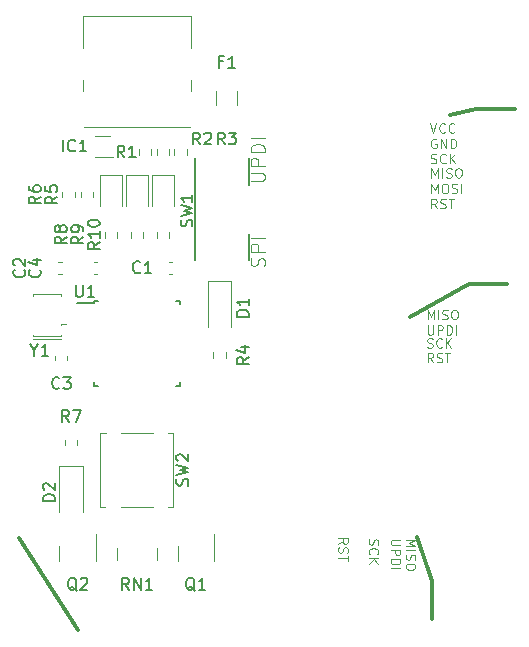
<source format=gto>
G04 #@! TF.GenerationSoftware,KiCad,Pcbnew,6.0.2-378541a8eb~116~ubuntu20.04.1*
G04 #@! TF.CreationDate,2022-02-28T16:15:05+01:00*
G04 #@! TF.ProjectId,ISP_panel,4953505f-7061-46e6-956c-2e6b69636164,rev?*
G04 #@! TF.SameCoordinates,Original*
G04 #@! TF.FileFunction,Legend,Top*
G04 #@! TF.FilePolarity,Positive*
%FSLAX46Y46*%
G04 Gerber Fmt 4.6, Leading zero omitted, Abs format (unit mm)*
G04 Created by KiCad (PCBNEW 6.0.2-378541a8eb~116~ubuntu20.04.1) date 2022-02-28 16:15:05*
%MOMM*%
%LPD*%
G01*
G04 APERTURE LIST*
%ADD10C,0.300000*%
%ADD11C,0.080000*%
%ADD12C,0.100000*%
%ADD13C,0.150000*%
%ADD14C,0.120000*%
G04 APERTURE END LIST*
D10*
X34999996Y-84249996D02*
X29999996Y-76499996D01*
X68125003Y-54999997D02*
X63125003Y-57749997D01*
X71375003Y-54999997D02*
X68125003Y-54999997D01*
X71975003Y-40124997D02*
X68725003Y-40124997D01*
X65000003Y-83375003D02*
X65000003Y-80125003D01*
X68725003Y-40124997D02*
X66500003Y-40699997D01*
X65000003Y-80125003D02*
X63750003Y-76375003D01*
D11*
X65399622Y-48561901D02*
X65132955Y-48180949D01*
X64942479Y-48561901D02*
X64942479Y-47761901D01*
X65247241Y-47761901D01*
X65323431Y-47799997D01*
X65361526Y-47838092D01*
X65399622Y-47914282D01*
X65399622Y-48028568D01*
X65361526Y-48104758D01*
X65323431Y-48142854D01*
X65247241Y-48180949D01*
X64942479Y-48180949D01*
X65704383Y-48523806D02*
X65818669Y-48561901D01*
X66009145Y-48561901D01*
X66085336Y-48523806D01*
X66123431Y-48485711D01*
X66161526Y-48409520D01*
X66161526Y-48333330D01*
X66123431Y-48257139D01*
X66085336Y-48219044D01*
X66009145Y-48180949D01*
X65856764Y-48142854D01*
X65780574Y-48104758D01*
X65742479Y-48066663D01*
X65704383Y-47990473D01*
X65704383Y-47914282D01*
X65742479Y-47838092D01*
X65780574Y-47799997D01*
X65856764Y-47761901D01*
X66047241Y-47761901D01*
X66161526Y-47799997D01*
X66390098Y-47761901D02*
X66847241Y-47761901D01*
X66618669Y-48561901D02*
X66618669Y-47761901D01*
D12*
X50785710Y-53450710D02*
X50842853Y-53279281D01*
X50842853Y-52993567D01*
X50785710Y-52879281D01*
X50728567Y-52822138D01*
X50614281Y-52764996D01*
X50499996Y-52764996D01*
X50385710Y-52822138D01*
X50328567Y-52879281D01*
X50271424Y-52993567D01*
X50214281Y-53222138D01*
X50157138Y-53336424D01*
X50099996Y-53393567D01*
X49985710Y-53450710D01*
X49871424Y-53450710D01*
X49757138Y-53393567D01*
X49699996Y-53336424D01*
X49642853Y-53222138D01*
X49642853Y-52936424D01*
X49699996Y-52764996D01*
X50842853Y-52250710D02*
X49642853Y-52250710D01*
X49642853Y-51793567D01*
X49699996Y-51679281D01*
X49757138Y-51622138D01*
X49871424Y-51564996D01*
X50042853Y-51564996D01*
X50157138Y-51622138D01*
X50214281Y-51679281D01*
X50271424Y-51793567D01*
X50271424Y-52250710D01*
X50842853Y-51050710D02*
X49642853Y-51050710D01*
D11*
X62782098Y-76617479D02*
X63582098Y-76617479D01*
X63010669Y-76884145D01*
X63582098Y-77150812D01*
X62782098Y-77150812D01*
X62782098Y-77531764D02*
X63582098Y-77531764D01*
X62820193Y-77874622D02*
X62782098Y-77988907D01*
X62782098Y-78179383D01*
X62820193Y-78255574D01*
X62858288Y-78293669D01*
X62934479Y-78331764D01*
X63010669Y-78331764D01*
X63086860Y-78293669D01*
X63124955Y-78255574D01*
X63163050Y-78179383D01*
X63201145Y-78027003D01*
X63239241Y-77950812D01*
X63277336Y-77912717D01*
X63353526Y-77874622D01*
X63429717Y-77874622D01*
X63505907Y-77912717D01*
X63544003Y-77950812D01*
X63582098Y-78027003D01*
X63582098Y-78217479D01*
X63544003Y-78331764D01*
X63582098Y-78827003D02*
X63582098Y-78979383D01*
X63544003Y-79055574D01*
X63467812Y-79131764D01*
X63315431Y-79169860D01*
X63048764Y-79169860D01*
X62896383Y-79131764D01*
X62820193Y-79055574D01*
X62782098Y-78979383D01*
X62782098Y-78827003D01*
X62820193Y-78750812D01*
X62896383Y-78674622D01*
X63048764Y-78636526D01*
X63315431Y-78636526D01*
X63467812Y-78674622D01*
X63544003Y-78750812D01*
X63582098Y-78827003D01*
X62294098Y-76617479D02*
X61646479Y-76617479D01*
X61570288Y-76655574D01*
X61532193Y-76693669D01*
X61494098Y-76769860D01*
X61494098Y-76922241D01*
X61532193Y-76998431D01*
X61570288Y-77036526D01*
X61646479Y-77074622D01*
X62294098Y-77074622D01*
X61494098Y-77455574D02*
X62294098Y-77455574D01*
X62294098Y-77760336D01*
X62256003Y-77836526D01*
X62217907Y-77874622D01*
X62141717Y-77912717D01*
X62027431Y-77912717D01*
X61951241Y-77874622D01*
X61913145Y-77836526D01*
X61875050Y-77760336D01*
X61875050Y-77455574D01*
X61494098Y-78255574D02*
X62294098Y-78255574D01*
X62294098Y-78446050D01*
X62256003Y-78560336D01*
X62179812Y-78636526D01*
X62103622Y-78674622D01*
X61951241Y-78712717D01*
X61836955Y-78712717D01*
X61684574Y-78674622D01*
X61608383Y-78636526D01*
X61532193Y-78560336D01*
X61494098Y-78446050D01*
X61494098Y-78255574D01*
X61494098Y-79055574D02*
X62294098Y-79055574D01*
X64942479Y-47261901D02*
X64942479Y-46461901D01*
X65209145Y-47033330D01*
X65475812Y-46461901D01*
X65475812Y-47261901D01*
X66009145Y-46461901D02*
X66161526Y-46461901D01*
X66237717Y-46499997D01*
X66313907Y-46576187D01*
X66352003Y-46728568D01*
X66352003Y-46995235D01*
X66313907Y-47147616D01*
X66237717Y-47223806D01*
X66161526Y-47261901D01*
X66009145Y-47261901D01*
X65932955Y-47223806D01*
X65856764Y-47147616D01*
X65818669Y-46995235D01*
X65818669Y-46728568D01*
X65856764Y-46576187D01*
X65932955Y-46499997D01*
X66009145Y-46461901D01*
X66656764Y-47223806D02*
X66771050Y-47261901D01*
X66961526Y-47261901D01*
X67037717Y-47223806D01*
X67075812Y-47185711D01*
X67113907Y-47109520D01*
X67113907Y-47033330D01*
X67075812Y-46957139D01*
X67037717Y-46919044D01*
X66961526Y-46880949D01*
X66809145Y-46842854D01*
X66732955Y-46804758D01*
X66694860Y-46766663D01*
X66656764Y-46690473D01*
X66656764Y-46614282D01*
X66694860Y-46538092D01*
X66732955Y-46499997D01*
X66809145Y-46461901D01*
X66999622Y-46461901D01*
X67113907Y-46499997D01*
X67456764Y-47261901D02*
X67456764Y-46461901D01*
X65361526Y-42699997D02*
X65285336Y-42661901D01*
X65171050Y-42661901D01*
X65056764Y-42699997D01*
X64980574Y-42776187D01*
X64942479Y-42852377D01*
X64904383Y-43004758D01*
X64904383Y-43119044D01*
X64942479Y-43271425D01*
X64980574Y-43347616D01*
X65056764Y-43423806D01*
X65171050Y-43461901D01*
X65247241Y-43461901D01*
X65361526Y-43423806D01*
X65399622Y-43385711D01*
X65399622Y-43119044D01*
X65247241Y-43119044D01*
X65742479Y-43461901D02*
X65742479Y-42661901D01*
X66199622Y-43461901D01*
X66199622Y-42661901D01*
X66580574Y-43461901D02*
X66580574Y-42661901D01*
X66771050Y-42661901D01*
X66885336Y-42699997D01*
X66961526Y-42776187D01*
X66999622Y-42852377D01*
X67037717Y-43004758D01*
X67037717Y-43119044D01*
X66999622Y-43271425D01*
X66961526Y-43347616D01*
X66885336Y-43423806D01*
X66771050Y-43461901D01*
X66580574Y-43461901D01*
X65074622Y-61611901D02*
X64807955Y-61230949D01*
X64617479Y-61611901D02*
X64617479Y-60811901D01*
X64922241Y-60811901D01*
X64998431Y-60849997D01*
X65036526Y-60888092D01*
X65074622Y-60964282D01*
X65074622Y-61078568D01*
X65036526Y-61154758D01*
X64998431Y-61192854D01*
X64922241Y-61230949D01*
X64617479Y-61230949D01*
X65379383Y-61573806D02*
X65493669Y-61611901D01*
X65684145Y-61611901D01*
X65760336Y-61573806D01*
X65798431Y-61535711D01*
X65836526Y-61459520D01*
X65836526Y-61383330D01*
X65798431Y-61307139D01*
X65760336Y-61269044D01*
X65684145Y-61230949D01*
X65531764Y-61192854D01*
X65455574Y-61154758D01*
X65417479Y-61116663D01*
X65379383Y-61040473D01*
X65379383Y-60964282D01*
X65417479Y-60888092D01*
X65455574Y-60849997D01*
X65531764Y-60811901D01*
X65722241Y-60811901D01*
X65836526Y-60849997D01*
X66065098Y-60811901D02*
X66522241Y-60811901D01*
X66293669Y-61611901D02*
X66293669Y-60811901D01*
X59676193Y-76579383D02*
X59638098Y-76693669D01*
X59638098Y-76884145D01*
X59676193Y-76960336D01*
X59714288Y-76998431D01*
X59790479Y-77036526D01*
X59866669Y-77036526D01*
X59942860Y-76998431D01*
X59980955Y-76960336D01*
X60019050Y-76884145D01*
X60057145Y-76731764D01*
X60095241Y-76655574D01*
X60133336Y-76617479D01*
X60209526Y-76579383D01*
X60285717Y-76579383D01*
X60361907Y-76617479D01*
X60400003Y-76655574D01*
X60438098Y-76731764D01*
X60438098Y-76922241D01*
X60400003Y-77036526D01*
X59714288Y-77836526D02*
X59676193Y-77798431D01*
X59638098Y-77684145D01*
X59638098Y-77607955D01*
X59676193Y-77493669D01*
X59752383Y-77417479D01*
X59828574Y-77379383D01*
X59980955Y-77341288D01*
X60095241Y-77341288D01*
X60247622Y-77379383D01*
X60323812Y-77417479D01*
X60400003Y-77493669D01*
X60438098Y-77607955D01*
X60438098Y-77684145D01*
X60400003Y-77798431D01*
X60361907Y-77836526D01*
X59638098Y-78179383D02*
X60438098Y-78179383D01*
X59638098Y-78636526D02*
X60095241Y-78293669D01*
X60438098Y-78636526D02*
X59980955Y-78179383D01*
X64579383Y-60323806D02*
X64693669Y-60361901D01*
X64884145Y-60361901D01*
X64960336Y-60323806D01*
X64998431Y-60285711D01*
X65036526Y-60209520D01*
X65036526Y-60133330D01*
X64998431Y-60057139D01*
X64960336Y-60019044D01*
X64884145Y-59980949D01*
X64731764Y-59942854D01*
X64655574Y-59904758D01*
X64617479Y-59866663D01*
X64579383Y-59790473D01*
X64579383Y-59714282D01*
X64617479Y-59638092D01*
X64655574Y-59599997D01*
X64731764Y-59561901D01*
X64922241Y-59561901D01*
X65036526Y-59599997D01*
X65836526Y-60285711D02*
X65798431Y-60323806D01*
X65684145Y-60361901D01*
X65607955Y-60361901D01*
X65493669Y-60323806D01*
X65417479Y-60247616D01*
X65379383Y-60171425D01*
X65341288Y-60019044D01*
X65341288Y-59904758D01*
X65379383Y-59752377D01*
X65417479Y-59676187D01*
X65493669Y-59599997D01*
X65607955Y-59561901D01*
X65684145Y-59561901D01*
X65798431Y-59599997D01*
X65836526Y-59638092D01*
X66179383Y-60361901D02*
X66179383Y-59561901D01*
X66636526Y-60361901D02*
X66293669Y-59904758D01*
X66636526Y-59561901D02*
X66179383Y-60019044D01*
X64904383Y-44723806D02*
X65018669Y-44761901D01*
X65209145Y-44761901D01*
X65285336Y-44723806D01*
X65323431Y-44685711D01*
X65361526Y-44609520D01*
X65361526Y-44533330D01*
X65323431Y-44457139D01*
X65285336Y-44419044D01*
X65209145Y-44380949D01*
X65056764Y-44342854D01*
X64980574Y-44304758D01*
X64942479Y-44266663D01*
X64904383Y-44190473D01*
X64904383Y-44114282D01*
X64942479Y-44038092D01*
X64980574Y-43999997D01*
X65056764Y-43961901D01*
X65247241Y-43961901D01*
X65361526Y-43999997D01*
X66161526Y-44685711D02*
X66123431Y-44723806D01*
X66009145Y-44761901D01*
X65932955Y-44761901D01*
X65818669Y-44723806D01*
X65742479Y-44647616D01*
X65704383Y-44571425D01*
X65666288Y-44419044D01*
X65666288Y-44304758D01*
X65704383Y-44152377D01*
X65742479Y-44076187D01*
X65818669Y-43999997D01*
X65932955Y-43961901D01*
X66009145Y-43961901D01*
X66123431Y-43999997D01*
X66161526Y-44038092D01*
X66504383Y-44761901D02*
X66504383Y-43961901D01*
X66961526Y-44761901D02*
X66618669Y-44304758D01*
X66961526Y-43961901D02*
X66504383Y-44419044D01*
X64828193Y-41361901D02*
X65094860Y-42161901D01*
X65361526Y-41361901D01*
X66085336Y-42085711D02*
X66047241Y-42123806D01*
X65932955Y-42161901D01*
X65856764Y-42161901D01*
X65742479Y-42123806D01*
X65666288Y-42047616D01*
X65628193Y-41971425D01*
X65590098Y-41819044D01*
X65590098Y-41704758D01*
X65628193Y-41552377D01*
X65666288Y-41476187D01*
X65742479Y-41399997D01*
X65856764Y-41361901D01*
X65932955Y-41361901D01*
X66047241Y-41399997D01*
X66085336Y-41438092D01*
X66885336Y-42085711D02*
X66847241Y-42123806D01*
X66732955Y-42161901D01*
X66656764Y-42161901D01*
X66542479Y-42123806D01*
X66466288Y-42047616D01*
X66428193Y-41971425D01*
X66390098Y-41819044D01*
X66390098Y-41704758D01*
X66428193Y-41552377D01*
X66466288Y-41476187D01*
X66542479Y-41399997D01*
X66656764Y-41361901D01*
X66732955Y-41361901D01*
X66847241Y-41399997D01*
X66885336Y-41438092D01*
D12*
X49642853Y-46249281D02*
X50614281Y-46249281D01*
X50728567Y-46192138D01*
X50785710Y-46134996D01*
X50842853Y-46020710D01*
X50842853Y-45792138D01*
X50785710Y-45677853D01*
X50728567Y-45620710D01*
X50614281Y-45563567D01*
X49642853Y-45563567D01*
X50842853Y-44992138D02*
X49642853Y-44992138D01*
X49642853Y-44534996D01*
X49699996Y-44420710D01*
X49757138Y-44363567D01*
X49871424Y-44306424D01*
X50042853Y-44306424D01*
X50157138Y-44363567D01*
X50214281Y-44420710D01*
X50271424Y-44534996D01*
X50271424Y-44992138D01*
X50842853Y-43792138D02*
X49642853Y-43792138D01*
X49642853Y-43506424D01*
X49699996Y-43334996D01*
X49814281Y-43220710D01*
X49928567Y-43163567D01*
X50157138Y-43106424D01*
X50328567Y-43106424D01*
X50557138Y-43163567D01*
X50671424Y-43220710D01*
X50785710Y-43334996D01*
X50842853Y-43506424D01*
X50842853Y-43792138D01*
X50842853Y-42592138D02*
X49642853Y-42592138D01*
D11*
X64617479Y-57967901D02*
X64617479Y-57167901D01*
X64884145Y-57739330D01*
X65150812Y-57167901D01*
X65150812Y-57967901D01*
X65531764Y-57967901D02*
X65531764Y-57167901D01*
X65874622Y-57929806D02*
X65988907Y-57967901D01*
X66179383Y-57967901D01*
X66255574Y-57929806D01*
X66293669Y-57891711D01*
X66331764Y-57815520D01*
X66331764Y-57739330D01*
X66293669Y-57663139D01*
X66255574Y-57625044D01*
X66179383Y-57586949D01*
X66027003Y-57548854D01*
X65950812Y-57510758D01*
X65912717Y-57472663D01*
X65874622Y-57396473D01*
X65874622Y-57320282D01*
X65912717Y-57244092D01*
X65950812Y-57205997D01*
X66027003Y-57167901D01*
X66217479Y-57167901D01*
X66331764Y-57205997D01*
X66827003Y-57167901D02*
X66979383Y-57167901D01*
X67055574Y-57205997D01*
X67131764Y-57282187D01*
X67169860Y-57434568D01*
X67169860Y-57701235D01*
X67131764Y-57853616D01*
X67055574Y-57929806D01*
X66979383Y-57967901D01*
X66827003Y-57967901D01*
X66750812Y-57929806D01*
X66674622Y-57853616D01*
X66636526Y-57701235D01*
X66636526Y-57434568D01*
X66674622Y-57282187D01*
X66750812Y-57205997D01*
X66827003Y-57167901D01*
X64617479Y-58455901D02*
X64617479Y-59103520D01*
X64655574Y-59179711D01*
X64693669Y-59217806D01*
X64769860Y-59255901D01*
X64922241Y-59255901D01*
X64998431Y-59217806D01*
X65036526Y-59179711D01*
X65074622Y-59103520D01*
X65074622Y-58455901D01*
X65455574Y-59255901D02*
X65455574Y-58455901D01*
X65760336Y-58455901D01*
X65836526Y-58493997D01*
X65874622Y-58532092D01*
X65912717Y-58608282D01*
X65912717Y-58722568D01*
X65874622Y-58798758D01*
X65836526Y-58836854D01*
X65760336Y-58874949D01*
X65455574Y-58874949D01*
X66255574Y-59255901D02*
X66255574Y-58455901D01*
X66446050Y-58455901D01*
X66560336Y-58493997D01*
X66636526Y-58570187D01*
X66674622Y-58646377D01*
X66712717Y-58798758D01*
X66712717Y-58913044D01*
X66674622Y-59065425D01*
X66636526Y-59141616D01*
X66560336Y-59217806D01*
X66446050Y-59255901D01*
X66255574Y-59255901D01*
X67055574Y-59255901D02*
X67055574Y-58455901D01*
X57038098Y-76974622D02*
X57419050Y-76707955D01*
X57038098Y-76517479D02*
X57838098Y-76517479D01*
X57838098Y-76822241D01*
X57800003Y-76898431D01*
X57761907Y-76936526D01*
X57685717Y-76974622D01*
X57571431Y-76974622D01*
X57495241Y-76936526D01*
X57457145Y-76898431D01*
X57419050Y-76822241D01*
X57419050Y-76517479D01*
X57076193Y-77279383D02*
X57038098Y-77393669D01*
X57038098Y-77584145D01*
X57076193Y-77660336D01*
X57114288Y-77698431D01*
X57190479Y-77736526D01*
X57266669Y-77736526D01*
X57342860Y-77698431D01*
X57380955Y-77660336D01*
X57419050Y-77584145D01*
X57457145Y-77431764D01*
X57495241Y-77355574D01*
X57533336Y-77317479D01*
X57609526Y-77279383D01*
X57685717Y-77279383D01*
X57761907Y-77317479D01*
X57800003Y-77355574D01*
X57838098Y-77431764D01*
X57838098Y-77622241D01*
X57800003Y-77736526D01*
X57838098Y-77965098D02*
X57838098Y-78422241D01*
X57038098Y-78193669D02*
X57838098Y-78193669D01*
X64942479Y-45961901D02*
X64942479Y-45161901D01*
X65209145Y-45733330D01*
X65475812Y-45161901D01*
X65475812Y-45961901D01*
X65856764Y-45961901D02*
X65856764Y-45161901D01*
X66199622Y-45923806D02*
X66313907Y-45961901D01*
X66504383Y-45961901D01*
X66580574Y-45923806D01*
X66618669Y-45885711D01*
X66656764Y-45809520D01*
X66656764Y-45733330D01*
X66618669Y-45657139D01*
X66580574Y-45619044D01*
X66504383Y-45580949D01*
X66352003Y-45542854D01*
X66275812Y-45504758D01*
X66237717Y-45466663D01*
X66199622Y-45390473D01*
X66199622Y-45314282D01*
X66237717Y-45238092D01*
X66275812Y-45199997D01*
X66352003Y-45161901D01*
X66542479Y-45161901D01*
X66656764Y-45199997D01*
X67152003Y-45161901D02*
X67304383Y-45161901D01*
X67380574Y-45199997D01*
X67456764Y-45276187D01*
X67494860Y-45428568D01*
X67494860Y-45695235D01*
X67456764Y-45847616D01*
X67380574Y-45923806D01*
X67304383Y-45961901D01*
X67152003Y-45961901D01*
X67075812Y-45923806D01*
X66999622Y-45847616D01*
X66961526Y-45695235D01*
X66961526Y-45428568D01*
X66999622Y-45276187D01*
X67075812Y-45199997D01*
X67152003Y-45161901D01*
D13*
G04 #@! TO.C,C4*
X31757138Y-53766662D02*
X31804757Y-53814281D01*
X31852376Y-53957138D01*
X31852376Y-54052376D01*
X31804757Y-54195234D01*
X31709519Y-54290472D01*
X31614281Y-54338091D01*
X31423805Y-54385710D01*
X31280948Y-54385710D01*
X31090472Y-54338091D01*
X30995234Y-54290472D01*
X30899996Y-54195234D01*
X30852376Y-54052376D01*
X30852376Y-53957138D01*
X30899996Y-53814281D01*
X30947615Y-53766662D01*
X31185710Y-52909519D02*
X31852376Y-52909519D01*
X30804757Y-53147615D02*
X31519043Y-53385710D01*
X31519043Y-52766662D01*
G04 #@! TO.C,D2*
X33052376Y-73338091D02*
X32052376Y-73338091D01*
X32052376Y-73099996D01*
X32099996Y-72957138D01*
X32195234Y-72861900D01*
X32290472Y-72814281D01*
X32480948Y-72766662D01*
X32623805Y-72766662D01*
X32814281Y-72814281D01*
X32909519Y-72861900D01*
X33004757Y-72957138D01*
X33052376Y-73099996D01*
X33052376Y-73338091D01*
X32147615Y-72385710D02*
X32099996Y-72338091D01*
X32052376Y-72242853D01*
X32052376Y-72004757D01*
X32099996Y-71909519D01*
X32147615Y-71861900D01*
X32242853Y-71814281D01*
X32338091Y-71814281D01*
X32480948Y-71861900D01*
X33052376Y-72433329D01*
X33052376Y-71814281D01*
G04 #@! TO.C,SW1*
X44654757Y-50083329D02*
X44702376Y-49940472D01*
X44702376Y-49702376D01*
X44654757Y-49607138D01*
X44607138Y-49559519D01*
X44511900Y-49511900D01*
X44416662Y-49511900D01*
X44321424Y-49559519D01*
X44273805Y-49607138D01*
X44226186Y-49702376D01*
X44178567Y-49892853D01*
X44130948Y-49988091D01*
X44083329Y-50035710D01*
X43988091Y-50083329D01*
X43892853Y-50083329D01*
X43797615Y-50035710D01*
X43749996Y-49988091D01*
X43702376Y-49892853D01*
X43702376Y-49654757D01*
X43749996Y-49511900D01*
X43702376Y-49178567D02*
X44702376Y-48940472D01*
X43988091Y-48749996D01*
X44702376Y-48559519D01*
X43702376Y-48321424D01*
X44702376Y-47416662D02*
X44702376Y-47988091D01*
X44702376Y-47702376D02*
X43702376Y-47702376D01*
X43845234Y-47797615D01*
X43940472Y-47892853D01*
X43988091Y-47988091D01*
G04 #@! TO.C,R2*
X45333329Y-43152376D02*
X44999996Y-42676186D01*
X44761900Y-43152376D02*
X44761900Y-42152376D01*
X45142853Y-42152376D01*
X45238091Y-42199996D01*
X45285710Y-42247615D01*
X45333329Y-42342853D01*
X45333329Y-42485710D01*
X45285710Y-42580948D01*
X45238091Y-42628567D01*
X45142853Y-42676186D01*
X44761900Y-42676186D01*
X45714281Y-42247615D02*
X45761900Y-42199996D01*
X45857138Y-42152376D01*
X46095234Y-42152376D01*
X46190472Y-42199996D01*
X46238091Y-42247615D01*
X46285710Y-42342853D01*
X46285710Y-42438091D01*
X46238091Y-42580948D01*
X45666662Y-43152376D01*
X46285710Y-43152376D01*
G04 #@! TO.C,Q2*
X34904757Y-80947615D02*
X34809519Y-80899996D01*
X34714281Y-80804757D01*
X34571424Y-80661900D01*
X34476186Y-80614281D01*
X34380948Y-80614281D01*
X34428567Y-80852376D02*
X34333329Y-80804757D01*
X34238091Y-80709519D01*
X34190472Y-80519043D01*
X34190472Y-80185710D01*
X34238091Y-79995234D01*
X34333329Y-79899996D01*
X34428567Y-79852376D01*
X34619043Y-79852376D01*
X34714281Y-79899996D01*
X34809519Y-79995234D01*
X34857138Y-80185710D01*
X34857138Y-80519043D01*
X34809519Y-80709519D01*
X34714281Y-80804757D01*
X34619043Y-80852376D01*
X34428567Y-80852376D01*
X35238091Y-79947615D02*
X35285710Y-79899996D01*
X35380948Y-79852376D01*
X35619043Y-79852376D01*
X35714281Y-79899996D01*
X35761900Y-79947615D01*
X35809519Y-80042853D01*
X35809519Y-80138091D01*
X35761900Y-80280948D01*
X35190472Y-80852376D01*
X35809519Y-80852376D01*
G04 #@! TO.C,F1*
X47266662Y-36128567D02*
X46933329Y-36128567D01*
X46933329Y-36652376D02*
X46933329Y-35652376D01*
X47409519Y-35652376D01*
X48314281Y-36652376D02*
X47742853Y-36652376D01*
X48028567Y-36652376D02*
X48028567Y-35652376D01*
X47933329Y-35795234D01*
X47838091Y-35890472D01*
X47742853Y-35938091D01*
G04 #@! TO.C,C3*
X33433329Y-63757138D02*
X33385710Y-63804757D01*
X33242853Y-63852376D01*
X33147615Y-63852376D01*
X33004757Y-63804757D01*
X32909519Y-63709519D01*
X32861900Y-63614281D01*
X32814281Y-63423805D01*
X32814281Y-63280948D01*
X32861900Y-63090472D01*
X32909519Y-62995234D01*
X33004757Y-62899996D01*
X33147615Y-62852376D01*
X33242853Y-62852376D01*
X33385710Y-62899996D01*
X33433329Y-62947615D01*
X33766662Y-62852376D02*
X34385710Y-62852376D01*
X34052376Y-63233329D01*
X34195234Y-63233329D01*
X34290472Y-63280948D01*
X34338091Y-63328567D01*
X34385710Y-63423805D01*
X34385710Y-63661900D01*
X34338091Y-63757138D01*
X34290472Y-63804757D01*
X34195234Y-63852376D01*
X33909519Y-63852376D01*
X33814281Y-63804757D01*
X33766662Y-63757138D01*
G04 #@! TO.C,R4*
X49452376Y-61166662D02*
X48976186Y-61499996D01*
X49452376Y-61738091D02*
X48452376Y-61738091D01*
X48452376Y-61357138D01*
X48499996Y-61261900D01*
X48547615Y-61214281D01*
X48642853Y-61166662D01*
X48785710Y-61166662D01*
X48880948Y-61214281D01*
X48928567Y-61261900D01*
X48976186Y-61357138D01*
X48976186Y-61738091D01*
X48785710Y-60309519D02*
X49452376Y-60309519D01*
X48404757Y-60547615D02*
X49119043Y-60785710D01*
X49119043Y-60166662D01*
G04 #@! TO.C,D1*
X49452376Y-57738091D02*
X48452376Y-57738091D01*
X48452376Y-57499996D01*
X48499996Y-57357138D01*
X48595234Y-57261900D01*
X48690472Y-57214281D01*
X48880948Y-57166662D01*
X49023805Y-57166662D01*
X49214281Y-57214281D01*
X49309519Y-57261900D01*
X49404757Y-57357138D01*
X49452376Y-57499996D01*
X49452376Y-57738091D01*
X49452376Y-56214281D02*
X49452376Y-56785710D01*
X49452376Y-56499996D02*
X48452376Y-56499996D01*
X48595234Y-56595234D01*
X48690472Y-56690472D01*
X48738091Y-56785710D01*
G04 #@! TO.C,RN1*
X39309519Y-80852376D02*
X38976186Y-80376186D01*
X38738091Y-80852376D02*
X38738091Y-79852376D01*
X39119043Y-79852376D01*
X39214281Y-79899996D01*
X39261900Y-79947615D01*
X39309519Y-80042853D01*
X39309519Y-80185710D01*
X39261900Y-80280948D01*
X39214281Y-80328567D01*
X39119043Y-80376186D01*
X38738091Y-80376186D01*
X39738091Y-80852376D02*
X39738091Y-79852376D01*
X40309519Y-80852376D01*
X40309519Y-79852376D01*
X41309519Y-80852376D02*
X40738091Y-80852376D01*
X41023805Y-80852376D02*
X41023805Y-79852376D01*
X40928567Y-79995234D01*
X40833329Y-80090472D01*
X40738091Y-80138091D01*
G04 #@! TO.C,Q1*
X44904757Y-80947615D02*
X44809519Y-80899996D01*
X44714281Y-80804757D01*
X44571424Y-80661900D01*
X44476186Y-80614281D01*
X44380948Y-80614281D01*
X44428567Y-80852376D02*
X44333329Y-80804757D01*
X44238091Y-80709519D01*
X44190472Y-80519043D01*
X44190472Y-80185710D01*
X44238091Y-79995234D01*
X44333329Y-79899996D01*
X44428567Y-79852376D01*
X44619043Y-79852376D01*
X44714281Y-79899996D01*
X44809519Y-79995234D01*
X44857138Y-80185710D01*
X44857138Y-80519043D01*
X44809519Y-80709519D01*
X44714281Y-80804757D01*
X44619043Y-80852376D01*
X44428567Y-80852376D01*
X45809519Y-80852376D02*
X45238091Y-80852376D01*
X45523805Y-80852376D02*
X45523805Y-79852376D01*
X45428567Y-79995234D01*
X45333329Y-80090472D01*
X45238091Y-80138091D01*
G04 #@! TO.C,R5*
X33252376Y-47566662D02*
X32776186Y-47899996D01*
X33252376Y-48138091D02*
X32252376Y-48138091D01*
X32252376Y-47757138D01*
X32299996Y-47661900D01*
X32347615Y-47614281D01*
X32442853Y-47566662D01*
X32585710Y-47566662D01*
X32680948Y-47614281D01*
X32728567Y-47661900D01*
X32776186Y-47757138D01*
X32776186Y-48138091D01*
X32252376Y-46661900D02*
X32252376Y-47138091D01*
X32728567Y-47185710D01*
X32680948Y-47138091D01*
X32633329Y-47042853D01*
X32633329Y-46804757D01*
X32680948Y-46709519D01*
X32728567Y-46661900D01*
X32823805Y-46614281D01*
X33061900Y-46614281D01*
X33157138Y-46661900D01*
X33204757Y-46709519D01*
X33252376Y-46804757D01*
X33252376Y-47042853D01*
X33204757Y-47138091D01*
X33157138Y-47185710D01*
G04 #@! TO.C,C2*
X30457138Y-53766662D02*
X30504757Y-53814281D01*
X30552376Y-53957138D01*
X30552376Y-54052376D01*
X30504757Y-54195234D01*
X30409519Y-54290472D01*
X30314281Y-54338091D01*
X30123805Y-54385710D01*
X29980948Y-54385710D01*
X29790472Y-54338091D01*
X29695234Y-54290472D01*
X29599996Y-54195234D01*
X29552376Y-54052376D01*
X29552376Y-53957138D01*
X29599996Y-53814281D01*
X29647615Y-53766662D01*
X29647615Y-53385710D02*
X29599996Y-53338091D01*
X29552376Y-53242853D01*
X29552376Y-53004757D01*
X29599996Y-52909519D01*
X29647615Y-52861900D01*
X29742853Y-52814281D01*
X29838091Y-52814281D01*
X29980948Y-52861900D01*
X30552376Y-53433329D01*
X30552376Y-52814281D01*
G04 #@! TO.C,R8*
X34052376Y-50966662D02*
X33576186Y-51299996D01*
X34052376Y-51538091D02*
X33052376Y-51538091D01*
X33052376Y-51157138D01*
X33099996Y-51061900D01*
X33147615Y-51014281D01*
X33242853Y-50966662D01*
X33385710Y-50966662D01*
X33480948Y-51014281D01*
X33528567Y-51061900D01*
X33576186Y-51157138D01*
X33576186Y-51538091D01*
X33480948Y-50395234D02*
X33433329Y-50490472D01*
X33385710Y-50538091D01*
X33290472Y-50585710D01*
X33242853Y-50585710D01*
X33147615Y-50538091D01*
X33099996Y-50490472D01*
X33052376Y-50395234D01*
X33052376Y-50204757D01*
X33099996Y-50109519D01*
X33147615Y-50061900D01*
X33242853Y-50014281D01*
X33290472Y-50014281D01*
X33385710Y-50061900D01*
X33433329Y-50109519D01*
X33480948Y-50204757D01*
X33480948Y-50395234D01*
X33528567Y-50490472D01*
X33576186Y-50538091D01*
X33671424Y-50585710D01*
X33861900Y-50585710D01*
X33957138Y-50538091D01*
X34004757Y-50490472D01*
X34052376Y-50395234D01*
X34052376Y-50204757D01*
X34004757Y-50109519D01*
X33957138Y-50061900D01*
X33861900Y-50014281D01*
X33671424Y-50014281D01*
X33576186Y-50061900D01*
X33528567Y-50109519D01*
X33480948Y-50204757D01*
G04 #@! TO.C,U1*
X34838091Y-55052376D02*
X34838091Y-55861900D01*
X34885710Y-55957138D01*
X34933329Y-56004757D01*
X35028567Y-56052376D01*
X35219043Y-56052376D01*
X35314281Y-56004757D01*
X35361900Y-55957138D01*
X35409519Y-55861900D01*
X35409519Y-55052376D01*
X36409519Y-56052376D02*
X35838091Y-56052376D01*
X36123805Y-56052376D02*
X36123805Y-55052376D01*
X36028567Y-55195234D01*
X35933329Y-55290472D01*
X35838091Y-55338091D01*
G04 #@! TO.C,R9*
X35452376Y-50966662D02*
X34976186Y-51299996D01*
X35452376Y-51538091D02*
X34452376Y-51538091D01*
X34452376Y-51157138D01*
X34499996Y-51061900D01*
X34547615Y-51014281D01*
X34642853Y-50966662D01*
X34785710Y-50966662D01*
X34880948Y-51014281D01*
X34928567Y-51061900D01*
X34976186Y-51157138D01*
X34976186Y-51538091D01*
X35452376Y-50490472D02*
X35452376Y-50299996D01*
X35404757Y-50204757D01*
X35357138Y-50157138D01*
X35214281Y-50061900D01*
X35023805Y-50014281D01*
X34642853Y-50014281D01*
X34547615Y-50061900D01*
X34499996Y-50109519D01*
X34452376Y-50204757D01*
X34452376Y-50395234D01*
X34499996Y-50490472D01*
X34547615Y-50538091D01*
X34642853Y-50585710D01*
X34880948Y-50585710D01*
X34976186Y-50538091D01*
X35023805Y-50490472D01*
X35071424Y-50395234D01*
X35071424Y-50204757D01*
X35023805Y-50109519D01*
X34976186Y-50061900D01*
X34880948Y-50014281D01*
G04 #@! TO.C,SW2*
X44304757Y-72033329D02*
X44352376Y-71890472D01*
X44352376Y-71652376D01*
X44304757Y-71557138D01*
X44257138Y-71509519D01*
X44161900Y-71461900D01*
X44066662Y-71461900D01*
X43971424Y-71509519D01*
X43923805Y-71557138D01*
X43876186Y-71652376D01*
X43828567Y-71842853D01*
X43780948Y-71938091D01*
X43733329Y-71985710D01*
X43638091Y-72033329D01*
X43542853Y-72033329D01*
X43447615Y-71985710D01*
X43399996Y-71938091D01*
X43352376Y-71842853D01*
X43352376Y-71604757D01*
X43399996Y-71461900D01*
X43352376Y-71128567D02*
X44352376Y-70890472D01*
X43638091Y-70699996D01*
X44352376Y-70509519D01*
X43352376Y-70271424D01*
X43447615Y-69938091D02*
X43399996Y-69890472D01*
X43352376Y-69795234D01*
X43352376Y-69557138D01*
X43399996Y-69461900D01*
X43447615Y-69414281D01*
X43542853Y-69366662D01*
X43638091Y-69366662D01*
X43780948Y-69414281D01*
X44352376Y-69985710D01*
X44352376Y-69366662D01*
G04 #@! TO.C,R3*
X47433329Y-43152376D02*
X47099996Y-42676186D01*
X46861900Y-43152376D02*
X46861900Y-42152376D01*
X47242853Y-42152376D01*
X47338091Y-42199996D01*
X47385710Y-42247615D01*
X47433329Y-42342853D01*
X47433329Y-42485710D01*
X47385710Y-42580948D01*
X47338091Y-42628567D01*
X47242853Y-42676186D01*
X46861900Y-42676186D01*
X47766662Y-42152376D02*
X48385710Y-42152376D01*
X48052376Y-42533329D01*
X48195234Y-42533329D01*
X48290472Y-42580948D01*
X48338091Y-42628567D01*
X48385710Y-42723805D01*
X48385710Y-42961900D01*
X48338091Y-43057138D01*
X48290472Y-43104757D01*
X48195234Y-43152376D01*
X47909519Y-43152376D01*
X47814281Y-43104757D01*
X47766662Y-43057138D01*
G04 #@! TO.C,R6*
X31852376Y-47566662D02*
X31376186Y-47899996D01*
X31852376Y-48138091D02*
X30852376Y-48138091D01*
X30852376Y-47757138D01*
X30899996Y-47661900D01*
X30947615Y-47614281D01*
X31042853Y-47566662D01*
X31185710Y-47566662D01*
X31280948Y-47614281D01*
X31328567Y-47661900D01*
X31376186Y-47757138D01*
X31376186Y-48138091D01*
X30852376Y-46709519D02*
X30852376Y-46899996D01*
X30899996Y-46995234D01*
X30947615Y-47042853D01*
X31090472Y-47138091D01*
X31280948Y-47185710D01*
X31661900Y-47185710D01*
X31757138Y-47138091D01*
X31804757Y-47090472D01*
X31852376Y-46995234D01*
X31852376Y-46804757D01*
X31804757Y-46709519D01*
X31757138Y-46661900D01*
X31661900Y-46614281D01*
X31423805Y-46614281D01*
X31328567Y-46661900D01*
X31280948Y-46709519D01*
X31233329Y-46804757D01*
X31233329Y-46995234D01*
X31280948Y-47090472D01*
X31328567Y-47138091D01*
X31423805Y-47185710D01*
G04 #@! TO.C,IC1*
X33723805Y-43752376D02*
X33723805Y-42752376D01*
X34771424Y-43657138D02*
X34723805Y-43704757D01*
X34580948Y-43752376D01*
X34485710Y-43752376D01*
X34342853Y-43704757D01*
X34247615Y-43609519D01*
X34199996Y-43514281D01*
X34152376Y-43323805D01*
X34152376Y-43180948D01*
X34199996Y-42990472D01*
X34247615Y-42895234D01*
X34342853Y-42799996D01*
X34485710Y-42752376D01*
X34580948Y-42752376D01*
X34723805Y-42799996D01*
X34771424Y-42847615D01*
X35723805Y-43752376D02*
X35152376Y-43752376D01*
X35438091Y-43752376D02*
X35438091Y-42752376D01*
X35342853Y-42895234D01*
X35247615Y-42990472D01*
X35152376Y-43038091D01*
G04 #@! TO.C,R7*
X34233329Y-66652376D02*
X33899996Y-66176186D01*
X33661900Y-66652376D02*
X33661900Y-65652376D01*
X34042853Y-65652376D01*
X34138091Y-65699996D01*
X34185710Y-65747615D01*
X34233329Y-65842853D01*
X34233329Y-65985710D01*
X34185710Y-66080948D01*
X34138091Y-66128567D01*
X34042853Y-66176186D01*
X33661900Y-66176186D01*
X34566662Y-65652376D02*
X35233329Y-65652376D01*
X34804757Y-66652376D01*
G04 #@! TO.C,R1*
X38933329Y-44252376D02*
X38599996Y-43776186D01*
X38361900Y-44252376D02*
X38361900Y-43252376D01*
X38742853Y-43252376D01*
X38838091Y-43299996D01*
X38885710Y-43347615D01*
X38933329Y-43442853D01*
X38933329Y-43585710D01*
X38885710Y-43680948D01*
X38838091Y-43728567D01*
X38742853Y-43776186D01*
X38361900Y-43776186D01*
X39885710Y-44252376D02*
X39314281Y-44252376D01*
X39599996Y-44252376D02*
X39599996Y-43252376D01*
X39504757Y-43395234D01*
X39409519Y-43490472D01*
X39314281Y-43538091D01*
G04 #@! TO.C,Y1*
X31323805Y-60576186D02*
X31323805Y-61052376D01*
X30990472Y-60052376D02*
X31323805Y-60576186D01*
X31657138Y-60052376D01*
X32514281Y-61052376D02*
X31942853Y-61052376D01*
X32228567Y-61052376D02*
X32228567Y-60052376D01*
X32133329Y-60195234D01*
X32038091Y-60290472D01*
X31942853Y-60338091D01*
G04 #@! TO.C,C1*
X40283329Y-53957138D02*
X40235710Y-54004757D01*
X40092853Y-54052376D01*
X39997615Y-54052376D01*
X39854757Y-54004757D01*
X39759519Y-53909519D01*
X39711900Y-53814281D01*
X39664281Y-53623805D01*
X39664281Y-53480948D01*
X39711900Y-53290472D01*
X39759519Y-53195234D01*
X39854757Y-53099996D01*
X39997615Y-53052376D01*
X40092853Y-53052376D01*
X40235710Y-53099996D01*
X40283329Y-53147615D01*
X41235710Y-54052376D02*
X40664281Y-54052376D01*
X40949996Y-54052376D02*
X40949996Y-53052376D01*
X40854757Y-53195234D01*
X40759519Y-53290472D01*
X40664281Y-53338091D01*
G04 #@! TO.C,R10*
X36852376Y-51442853D02*
X36376186Y-51776186D01*
X36852376Y-52014281D02*
X35852376Y-52014281D01*
X35852376Y-51633329D01*
X35899996Y-51538091D01*
X35947615Y-51490472D01*
X36042853Y-51442853D01*
X36185710Y-51442853D01*
X36280948Y-51490472D01*
X36328567Y-51538091D01*
X36376186Y-51633329D01*
X36376186Y-52014281D01*
X36852376Y-50490472D02*
X36852376Y-51061900D01*
X36852376Y-50776186D02*
X35852376Y-50776186D01*
X35995234Y-50871424D01*
X36090472Y-50966662D01*
X36138091Y-51061900D01*
X35852376Y-49871424D02*
X35852376Y-49776186D01*
X35899996Y-49680948D01*
X35947615Y-49633329D01*
X36042853Y-49585710D01*
X36233329Y-49538091D01*
X36471424Y-49538091D01*
X36661900Y-49585710D01*
X36757138Y-49633329D01*
X36804757Y-49680948D01*
X36852376Y-49776186D01*
X36852376Y-49871424D01*
X36804757Y-49966662D01*
X36757138Y-50014281D01*
X36661900Y-50061900D01*
X36471424Y-50109519D01*
X36233329Y-50109519D01*
X36042853Y-50061900D01*
X35947615Y-50014281D01*
X35899996Y-49966662D01*
X35852376Y-49871424D01*
D14*
G04 #@! TO.C,C4*
X36359416Y-53089996D02*
X36640576Y-53089996D01*
X36359416Y-54109996D02*
X36640576Y-54109996D01*
G04 #@! TO.C,D2*
X35399996Y-70349996D02*
X33399996Y-70349996D01*
X35399996Y-70349996D02*
X35399996Y-74249996D01*
X33399996Y-70349996D02*
X33399996Y-74249996D01*
D13*
G04 #@! TO.C,SW1*
X49499996Y-52899996D02*
X49499996Y-50699996D01*
X44899996Y-52899996D02*
X44899996Y-44299996D01*
X49499996Y-46599996D02*
X49499996Y-44299996D01*
D14*
G04 #@! TO.C,R2*
X42722496Y-43562738D02*
X42722496Y-44037254D01*
X41677496Y-43562738D02*
X41677496Y-44037254D01*
G04 #@! TO.C,Q2*
X33439996Y-77799996D02*
X33439996Y-78449996D01*
X33439996Y-77799996D02*
X33439996Y-77149996D01*
X36559996Y-77799996D02*
X36559996Y-76124996D01*
X36559996Y-77799996D02*
X36559996Y-78449996D01*
G04 #@! TO.C,F1*
X46689996Y-39802060D02*
X46689996Y-38597932D01*
X48509996Y-39802060D02*
X48509996Y-38597932D01*
G04 #@! TO.C,C3*
X33089996Y-61084416D02*
X33089996Y-61365576D01*
X34109996Y-61084416D02*
X34109996Y-61365576D01*
G04 #@! TO.C,R4*
X46477496Y-61237254D02*
X46477496Y-60762738D01*
X47522496Y-61237254D02*
X47522496Y-60762738D01*
G04 #@! TO.C,D1*
X45999996Y-54749996D02*
X45999996Y-58649996D01*
X47999996Y-54749996D02*
X47999996Y-58649996D01*
X47999996Y-54749996D02*
X45999996Y-54749996D01*
G04 #@! TO.C,RN1*
X38319996Y-78299996D02*
X38319996Y-77299996D01*
X41679996Y-78299996D02*
X41679996Y-77299996D01*
G04 #@! TO.C,Q1*
X46559996Y-77799996D02*
X46559996Y-78449996D01*
X43439996Y-77799996D02*
X43439996Y-77149996D01*
X43439996Y-77799996D02*
X43439996Y-78449996D01*
X46559996Y-77799996D02*
X46559996Y-76124996D01*
G04 #@! TO.C,R5*
X36322496Y-47162738D02*
X36322496Y-47637254D01*
X35277496Y-47162738D02*
X35277496Y-47637254D01*
G04 #@! TO.C,C2*
X33640576Y-54109996D02*
X33359416Y-54109996D01*
X33640576Y-53089996D02*
X33359416Y-53089996D01*
G04 #@! TO.C,D4*
X40959996Y-45714996D02*
X39039996Y-45714996D01*
X40959996Y-48399996D02*
X40959996Y-45714996D01*
X39039996Y-45714996D02*
X39039996Y-48399996D01*
G04 #@! TO.C,R8*
X38322496Y-51037254D02*
X38322496Y-50562738D01*
X37277496Y-51037254D02*
X37277496Y-50562738D01*
D13*
G04 #@! TO.C,U1*
X36374996Y-56599996D02*
X34949996Y-56599996D01*
X43624996Y-63624996D02*
X43624996Y-63299996D01*
X36374996Y-63624996D02*
X36374996Y-63299996D01*
X36374996Y-56374996D02*
X36374996Y-56599996D01*
X43624996Y-56374996D02*
X43624996Y-56699996D01*
X36374996Y-56374996D02*
X36699996Y-56374996D01*
X43624996Y-63624996D02*
X43299996Y-63624996D01*
X36374996Y-63624996D02*
X36699996Y-63624996D01*
X43624996Y-56374996D02*
X43299996Y-56374996D01*
D14*
G04 #@! TO.C,D3*
X38759996Y-48399996D02*
X38759996Y-45714996D01*
X38759996Y-45714996D02*
X36839996Y-45714996D01*
X36839996Y-45714996D02*
X36839996Y-48399996D01*
G04 #@! TO.C,R9*
X39477496Y-51037254D02*
X39477496Y-50562738D01*
X40522496Y-51037254D02*
X40522496Y-50562738D01*
G04 #@! TO.C,SW2*
X41349996Y-73849996D02*
X38649996Y-73849996D01*
X43099996Y-67549996D02*
X43099996Y-73849996D01*
X36899996Y-73849996D02*
X37299996Y-73849996D01*
X38649996Y-67549996D02*
X41349996Y-67549996D01*
X43099996Y-73849996D02*
X42649996Y-73849996D01*
X37349996Y-67549996D02*
X36899996Y-67549996D01*
X42649996Y-67549996D02*
X43099996Y-67549996D01*
X36899996Y-67549996D02*
X36899996Y-73849996D01*
G04 #@! TO.C,R3*
X44222496Y-43562738D02*
X44222496Y-44037254D01*
X43177496Y-43562738D02*
X43177496Y-44037254D01*
G04 #@! TO.C,D5*
X43159996Y-48399996D02*
X43159996Y-45714996D01*
X41239996Y-45714996D02*
X41239996Y-48399996D01*
X43159996Y-45714996D02*
X41239996Y-45714996D01*
G04 #@! TO.C,R6*
X33677496Y-47162738D02*
X33677496Y-47637254D01*
X34722496Y-47162738D02*
X34722496Y-47637254D01*
G04 #@! TO.C,IC1*
X37999996Y-44199996D02*
X36449996Y-44199996D01*
X36449996Y-42399996D02*
X37749996Y-42399996D01*
G04 #@! TO.C,R7*
X33877496Y-68637254D02*
X33877496Y-68162738D01*
X34922496Y-68637254D02*
X34922496Y-68162738D01*
G04 #@! TO.C,R1*
X41222496Y-43562738D02*
X41222496Y-44037254D01*
X40177496Y-43562738D02*
X40177496Y-44037254D01*
G04 #@! TO.C,J9*
X44594996Y-38624996D02*
X44594996Y-37724996D01*
X44474996Y-41704996D02*
X35524996Y-41704996D01*
X44594996Y-32294996D02*
X35404996Y-32294996D01*
X35404996Y-35024996D02*
X35404996Y-32294996D01*
X35404996Y-38624996D02*
X35404996Y-37724996D01*
X44594996Y-35024996D02*
X44594996Y-32294996D01*
G04 #@! TO.C,Y1*
X31199996Y-55799996D02*
X31199996Y-55949996D01*
X33199996Y-55799996D02*
X33599996Y-55799996D01*
X31199996Y-59599996D02*
X33199996Y-59599996D01*
X33599996Y-55799996D02*
X33599996Y-55949996D01*
X31199996Y-59399996D02*
X31199996Y-59249996D01*
X33599996Y-59399996D02*
X33599996Y-59249996D01*
X31199996Y-55799996D02*
X33199996Y-55799996D01*
X33199996Y-59599996D02*
X33599996Y-59599996D01*
X33599996Y-58349996D02*
X33999996Y-58349996D01*
X33199996Y-59399996D02*
X31199996Y-59399996D01*
X33199996Y-59399996D02*
X33599996Y-59399996D01*
X33599996Y-58349996D02*
X33599996Y-58399996D01*
G04 #@! TO.C,C1*
X42684416Y-53089996D02*
X42965576Y-53089996D01*
X42684416Y-54109996D02*
X42965576Y-54109996D01*
G04 #@! TO.C,R10*
X42722496Y-51037254D02*
X42722496Y-50562738D01*
X41677496Y-51037254D02*
X41677496Y-50562738D01*
G04 #@! TD*
M02*

</source>
